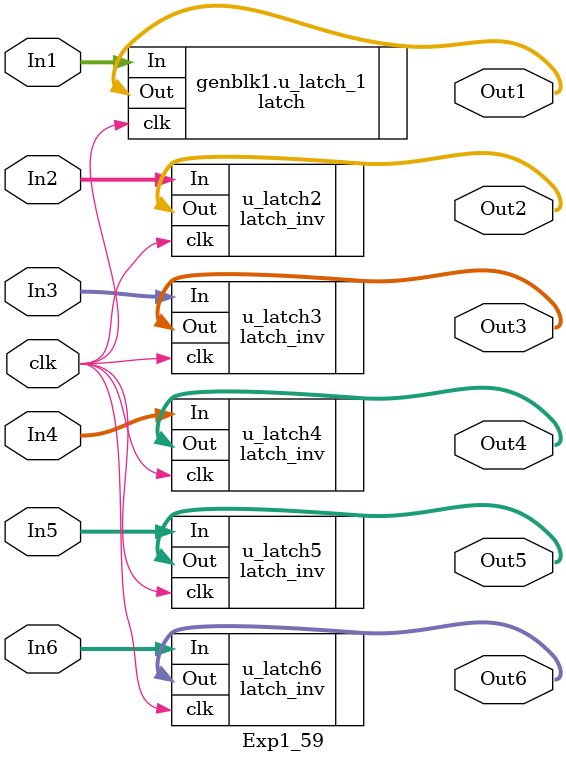
<source format=v>



`timescale 1 ns / 1 ns

module Exp1_59
          (clk,
           In1,
           In2,
           In3,
           In4,
           In5,
           In6,
           Out1,
           Out2,
           Out3,
           Out4,
           Out5,
           Out6);


  input   clk;
  input   [31:0] In1;  // uint32
  input   [31:0] In2;  // uint32
  input   [31:0] In3;  // uint32
  input   [31:0] In4;  // uint32
  input   [31:0] In5;  // uint32
  input   [31:0] In6;  // uint32
  output  [31:0] Out1;  // uint32
  output  [31:0] Out2;  // uint32
  output  [31:0] Out3;  // uint32
  output  [31:0] Out4;  // uint32
  output  [31:0] Out5;  // uint32
  output  [31:0] Out6;  // uint32


  reg [31:0] Delay_out1;  // uint32

   parameter I1 =0 ;
 
if (I1 == 0) begin
   latch u_latch_1(.clk(clk),.In(In1),.Out(Out1));
end
 else begin
 	 latch_inv u_latch1 (.clk(clk),.In(In1),.Out(Out1));
 end 


latch_inv u_latch2 (.clk(clk),.In(In2),.Out(Out2));
 latch_inv u_latch3 (.clk(clk),.In(In3),.Out(Out3));
 latch_inv u_latch4 (.clk(clk),.In(In4),.Out(Out4));
 latch_inv u_latch5 (.clk(clk),.In(In5),.Out(Out5));
 latch_inv u_latch6 (.clk(clk),.In(In6),.Out(Out6));
 


endmodule  // Exp1_59


</source>
